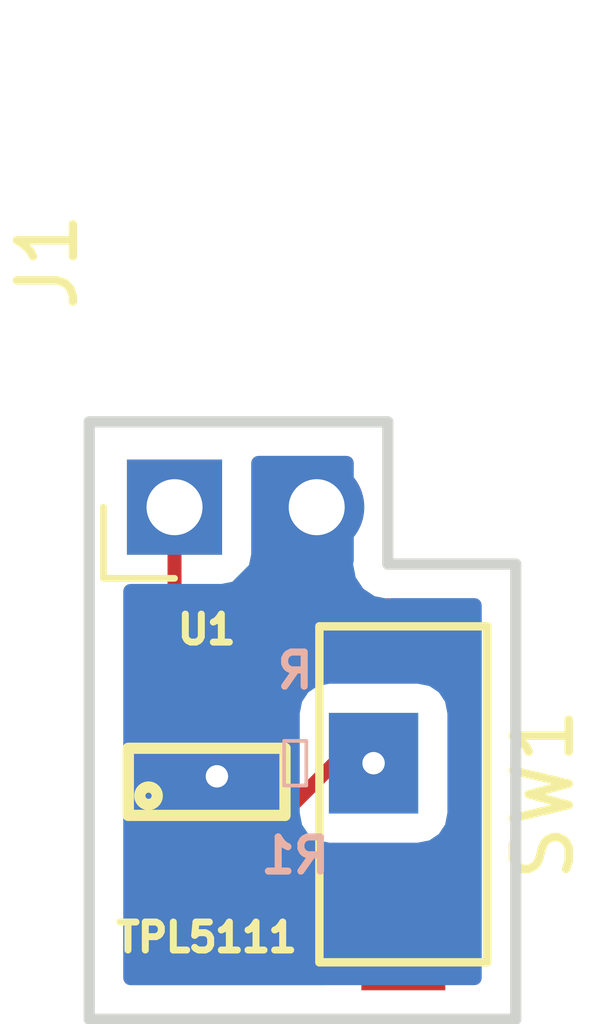
<source format=kicad_pcb>
(kicad_pcb (version 20171130) (host pcbnew "(5.0.1)-rc2")

  (general
    (thickness 1.6)
    (drawings 6)
    (tracks 20)
    (zones 0)
    (modules 4)
    (nets 4)
  )

  (page A4)
  (layers
    (0 F.Cu signal)
    (31 B.Cu signal)
    (32 B.Adhes user)
    (33 F.Adhes user)
    (34 B.Paste user)
    (35 F.Paste user)
    (36 B.SilkS user)
    (37 F.SilkS user)
    (38 B.Mask user)
    (39 F.Mask user)
    (40 Dwgs.User user)
    (41 Cmts.User user)
    (42 Eco1.User user)
    (43 Eco2.User user)
    (44 Edge.Cuts user)
    (45 Margin user)
    (46 B.CrtYd user)
    (47 F.CrtYd user)
    (48 B.Fab user)
    (49 F.Fab user)
  )

  (setup
    (last_trace_width 0.25)
    (trace_clearance 0.2)
    (zone_clearance 0.508)
    (zone_45_only no)
    (trace_min 0.2)
    (segment_width 0.2)
    (edge_width 0.15)
    (via_size 0.8)
    (via_drill 0.4)
    (via_min_size 0.4)
    (via_min_drill 0.3)
    (uvia_size 0.3)
    (uvia_drill 0.1)
    (uvias_allowed no)
    (uvia_min_size 0.2)
    (uvia_min_drill 0.1)
    (pcb_text_width 0.3)
    (pcb_text_size 1.5 1.5)
    (mod_edge_width 0.15)
    (mod_text_size 1 1)
    (mod_text_width 0.15)
    (pad_size 1.524 1.524)
    (pad_drill 0.762)
    (pad_to_mask_clearance 0.051)
    (solder_mask_min_width 0.25)
    (aux_axis_origin 0 0)
    (visible_elements 7FFFFFFF)
    (pcbplotparams
      (layerselection 0x010fc_ffffffff)
      (usegerberextensions false)
      (usegerberattributes false)
      (usegerberadvancedattributes false)
      (creategerberjobfile false)
      (excludeedgelayer true)
      (linewidth 0.100000)
      (plotframeref false)
      (viasonmask false)
      (mode 1)
      (useauxorigin false)
      (hpglpennumber 1)
      (hpglpenspeed 20)
      (hpglpendiameter 15.000000)
      (psnegative false)
      (psa4output false)
      (plotreference true)
      (plotvalue true)
      (plotinvisibletext false)
      (padsonsilk false)
      (subtractmaskfromsilk false)
      (outputformat 1)
      (mirror false)
      (drillshape 0)
      (scaleselection 1)
      (outputdirectory "Gerber/"))
  )

  (net 0 "")
  (net 1 "Net-(J1-Pad1)")
  (net 2 "Net-(J1-Pad2)")
  (net 3 "Net-(R1-Pad2)")

  (net_class Default "This is the default net class."
    (clearance 0.2)
    (trace_width 0.25)
    (via_dia 0.8)
    (via_drill 0.4)
    (uvia_dia 0.3)
    (uvia_drill 0.1)
    (add_net "Net-(J1-Pad1)")
    (add_net "Net-(J1-Pad2)")
    (add_net "Net-(R1-Pad2)")
  )

  (module CustomFP:PinHeader_1x02_P2.54mm_Horizontal (layer F.Cu) (tedit 5BF2061C) (tstamp 5C2CADEC)
    (at 109.728 74.676 90)
    (descr "Through hole angled pin header, 1x02, 2.54mm pitch, 6mm pin length, single row")
    (tags "Through hole angled pin header THT 1x02 2.54mm single row")
    (path /5BF610B2)
    (fp_text reference J1 (at 4.385 -2.27 90) (layer F.SilkS)
      (effects (font (size 1 1) (thickness 0.15)))
    )
    (fp_text value Conn_01x02 (at 4.385 4.81 90) (layer F.Fab)
      (effects (font (size 1 1) (thickness 0.15)))
    )
    (fp_line (start -1.27 -1.27) (end 0 -1.27) (layer F.SilkS) (width 0.12))
    (fp_line (start -1.27 0) (end -1.27 -1.27) (layer F.SilkS) (width 0.12))
    (fp_line (start -0.32 2.22) (end -0.32 2.86) (layer F.Fab) (width 0.1))
    (fp_line (start -0.32 -0.32) (end -0.32 0.32) (layer F.Fab) (width 0.1))
    (pad 2 thru_hole oval (at 0 2.54 90) (size 1.7 1.7) (drill 1) (layers *.Cu *.Mask)
      (net 2 "Net-(J1-Pad2)"))
    (pad 1 thru_hole rect (at 0 0 90) (size 1.7 1.7) (drill 1) (layers *.Cu *.Mask)
      (net 1 "Net-(J1-Pad1)"))
    (model ${KISYS3DMOD}/Connector_PinHeader_2.54mm.3dshapes/PinHeader_1x02_P2.54mm_Horizontal.wrl
      (at (xyz 0 0 0))
      (scale (xyz 1 1 1))
      (rotate (xyz 0 0 0))
    )
  )

  (module Resistors:1206 (layer B.Cu) (tedit 200000) (tstamp 5C2CAE04)
    (at 111.88446 79.248)
    (descr "GENERIC 3216 (1206) PACKAGE")
    (tags "GENERIC 3216 (1206) PACKAGE")
    (path /5BF6116B)
    (attr smd)
    (fp_text reference R1 (at 0 1.651) (layer B.SilkS)
      (effects (font (size 0.6096 0.6096) (thickness 0.127)) (justify mirror))
    )
    (fp_text value R (at 0 -1.651) (layer B.SilkS)
      (effects (font (size 0.6096 0.6096) (thickness 0.127)) (justify mirror))
    )
    (fp_line (start -1.7018 -0.8509) (end -0.94996 -0.8509) (layer Dwgs.User) (width 0.06604))
    (fp_line (start -0.94996 -0.8509) (end -0.94996 0.84836) (layer Dwgs.User) (width 0.06604))
    (fp_line (start -1.7018 0.84836) (end -0.94996 0.84836) (layer Dwgs.User) (width 0.06604))
    (fp_line (start -1.7018 -0.8509) (end -1.7018 0.84836) (layer Dwgs.User) (width 0.06604))
    (fp_line (start 0.94996 -0.84836) (end 1.7018 -0.84836) (layer Dwgs.User) (width 0.06604))
    (fp_line (start 1.7018 -0.84836) (end 1.7018 0.8509) (layer Dwgs.User) (width 0.06604))
    (fp_line (start 0.94996 0.8509) (end 1.7018 0.8509) (layer Dwgs.User) (width 0.06604))
    (fp_line (start 0.94996 -0.84836) (end 0.94996 0.8509) (layer Dwgs.User) (width 0.06604))
    (fp_line (start -0.19812 -0.39878) (end 0.19812 -0.39878) (layer B.SilkS) (width 0.06604))
    (fp_line (start 0.19812 -0.39878) (end 0.19812 0.39878) (layer B.SilkS) (width 0.06604))
    (fp_line (start -0.19812 0.39878) (end 0.19812 0.39878) (layer B.SilkS) (width 0.06604))
    (fp_line (start -0.19812 -0.39878) (end -0.19812 0.39878) (layer B.SilkS) (width 0.06604))
    (fp_line (start -2.39776 1.09982) (end 2.39776 1.09982) (layer B.CrtYd) (width 0.0508))
    (fp_line (start 2.39776 -1.09982) (end -2.39776 -1.09982) (layer B.CrtYd) (width 0.0508))
    (fp_line (start -2.39776 -1.09982) (end -2.39776 1.09982) (layer B.CrtYd) (width 0.0508))
    (fp_line (start 2.39776 1.09982) (end 2.39776 -1.09982) (layer B.CrtYd) (width 0.0508))
    (fp_line (start -0.96266 0.78486) (end 0.96266 0.78486) (layer Dwgs.User) (width 0.1016))
    (fp_line (start -0.96266 -0.78486) (end 0.96266 -0.78486) (layer Dwgs.User) (width 0.1016))
    (pad 1 smd rect (at -1.39954 0) (size 1.59766 1.79832) (layers B.Cu B.Paste B.Mask)
      (net 2 "Net-(J1-Pad2)") (solder_mask_margin 0.1016))
    (pad 2 smd rect (at 1.39954 0) (size 1.59766 1.79832) (layers B.Cu B.Paste B.Mask)
      (net 3 "Net-(R1-Pad2)") (solder_mask_margin 0.1016))
  )

  (module kicad-open-modules:SOT-23-6 (layer F.Cu) (tedit 0) (tstamp 5C2CAE13)
    (at 110.30204 79.58074)
    (path /5BF60E19)
    (fp_text reference U1 (at 0 -2.72034) (layer F.SilkS)
      (effects (font (size 0.50038 0.50038) (thickness 0.12446)))
    )
    (fp_text value TPL5111 (at 0 2.77876) (layer F.SilkS)
      (effects (font (size 0.50038 0.50038) (thickness 0.12446)))
    )
    (fp_circle (center -1.03886 0.24892) (end -1.00076 0.28956) (layer F.SilkS) (width 0.20066))
    (fp_line (start 1.39954 -0.59944) (end 1.39954 0.59944) (layer F.SilkS) (width 0.20066))
    (fp_line (start -1.39954 -0.59944) (end -1.39954 0.59944) (layer F.SilkS) (width 0.20066))
    (fp_line (start -1.39954 -0.59944) (end 1.39954 -0.59944) (layer F.SilkS) (width 0.20066))
    (fp_line (start 1.39954 0.59944) (end -1.39954 0.59944) (layer F.SilkS) (width 0.20066))
    (pad 5 smd rect (at 0 -1.34874) (size 0.59944 1.30048) (layers F.Cu F.Paste F.Mask)
      (net 1 "Net-(J1-Pad1)"))
    (pad 6 smd rect (at -0.94996 -1.34874) (size 0.59944 1.30048) (layers F.Cu F.Paste F.Mask)
      (net 1 "Net-(J1-Pad1)"))
    (pad 4 smd rect (at 0.94996 -1.34874) (size 0.59944 1.30048) (layers F.Cu F.Paste F.Mask))
    (pad 3 smd rect (at 0.94996 1.34874) (size 0.59944 1.30048) (layers F.Cu F.Paste F.Mask)
      (net 3 "Net-(R1-Pad2)"))
    (pad 2 smd rect (at 0 1.34874) (size 0.59944 1.30048) (layers F.Cu F.Paste F.Mask)
      (net 2 "Net-(J1-Pad2)"))
    (pad 1 smd rect (at -0.94996 1.34874) (size 0.59944 1.30048) (layers F.Cu F.Paste F.Mask)
      (net 1 "Net-(J1-Pad1)"))
  )

  (module EbayParts:Tact_SMD_Switch (layer F.Cu) (tedit 5BB9AD08) (tstamp 5C2CAEBE)
    (at 115.316 82.804 90)
    (path /5BF612B4)
    (fp_text reference SW1 (at 3 1 90) (layer F.SilkS)
      (effects (font (size 1 1) (thickness 0.15)))
    )
    (fp_text value Button (at 3 -5 90) (layer F.Fab)
      (effects (font (size 1 1) (thickness 0.15)))
    )
    (fp_line (start 0 0) (end 6 0) (layer F.SilkS) (width 0.15))
    (fp_line (start 6 0) (end 6 -3) (layer F.SilkS) (width 0.15))
    (fp_line (start 6 -3) (end 0 -3) (layer F.SilkS) (width 0.15))
    (fp_line (start 0 -3) (end 0 0) (layer F.SilkS) (width 0.15))
    (pad 2 smd rect (at 6 -1.5 90) (size 1 1.5) (layers F.Cu F.Paste F.Mask)
      (net 1 "Net-(J1-Pad1)"))
    (pad 1 smd rect (at 0 -1.5 90) (size 1 1.5) (layers F.Cu F.Paste F.Mask)
      (net 3 "Net-(R1-Pad2)"))
  )

  (gr_line (start 113.538 75.692) (end 113.538 73.152) (layer Edge.Cuts) (width 0.2))
  (gr_line (start 113.538 73.152) (end 108.204 73.152) (layer Edge.Cuts) (width 0.2) (tstamp 5BF2419A))
  (gr_line (start 115.824 75.692) (end 113.538 75.692) (layer Edge.Cuts) (width 0.2))
  (gr_line (start 115.824 83.82) (end 115.824 75.692) (layer Edge.Cuts) (width 0.2))
  (gr_line (start 108.204 83.82) (end 115.824 83.82) (layer Edge.Cuts) (width 0.2))
  (gr_line (start 108.204 73.152) (end 108.204 83.82) (layer Edge.Cuts) (width 0.2))

  (segment (start 109.728 77.85608) (end 109.35208 78.232) (width 0.25) (layer F.Cu) (net 1))
  (segment (start 109.728 74.676) (end 109.728 77.85608) (width 0.25) (layer F.Cu) (net 1))
  (segment (start 110.30204 78.232) (end 109.35208 78.232) (width 0.25) (layer F.Cu) (net 1))
  (segment (start 109.35208 80.92948) (end 109.35208 78.232) (width 0.25) (layer F.Cu) (net 1))
  (segment (start 112.816 76.804) (end 113.816 76.804) (width 0.25) (layer F.Cu) (net 1))
  (segment (start 110.8298 76.804) (end 112.816 76.804) (width 0.25) (layer F.Cu) (net 1))
  (segment (start 110.30204 77.33176) (end 110.8298 76.804) (width 0.25) (layer F.Cu) (net 1))
  (segment (start 110.30204 78.232) (end 110.30204 77.33176) (width 0.25) (layer F.Cu) (net 1))
  (via (at 110.48492 79.482242) (size 0.8) (drill 0.4) (layers F.Cu B.Cu) (net 2))
  (segment (start 110.30204 80.92948) (end 110.30204 79.665122) (width 0.25) (layer F.Cu) (net 2))
  (segment (start 110.30204 79.665122) (end 110.48492 79.482242) (width 0.25) (layer F.Cu) (net 2))
  (segment (start 110.48492 76.45908) (end 112.268 74.676) (width 0.25) (layer B.Cu) (net 2))
  (segment (start 110.48492 79.248) (end 110.48492 76.45908) (width 0.25) (layer B.Cu) (net 2))
  (segment (start 111.69148 80.92948) (end 111.252 80.92948) (width 0.25) (layer F.Cu) (net 3))
  (segment (start 113.566 82.804) (end 111.69148 80.92948) (width 0.25) (layer F.Cu) (net 3))
  (segment (start 113.816 82.804) (end 113.566 82.804) (width 0.25) (layer F.Cu) (net 3))
  (via (at 113.284 79.248) (size 0.8) (drill 0.4) (layers F.Cu B.Cu) (net 3))
  (segment (start 112.58296 79.248) (end 113.284 79.248) (width 0.25) (layer F.Cu) (net 3))
  (segment (start 111.252 80.57896) (end 112.58296 79.248) (width 0.25) (layer F.Cu) (net 3))
  (segment (start 111.252 80.92948) (end 111.252 80.57896) (width 0.25) (layer F.Cu) (net 3))

  (zone (net 2) (net_name "Net-(J1-Pad2)") (layer F.Cu) (tstamp 5C2CB072) (hatch edge 0.508)
    (connect_pads yes (clearance 0.508))
    (min_thickness 0.254)
    (fill yes (arc_segments 16) (thermal_gap 0.508) (thermal_bridge_width 0.508))
    (polygon
      (pts
        (xy 113.538 73.152) (xy 108.204 73.152) (xy 108.204 83.82) (xy 115.824 83.82) (xy 115.824 75.692)
        (xy 113.538 75.692)
      )
    )
    (filled_polygon
      (pts
        (xy 110.95228 79.52968) (xy 111.226479 79.52968) (xy 111.124359 79.6318) (xy 110.95228 79.6318) (xy 110.704515 79.681083)
        (xy 110.494471 79.821431) (xy 110.354123 80.031475) (xy 110.30484 80.27924) (xy 110.30484 81.57972) (xy 110.354123 81.827485)
        (xy 110.494471 82.037529) (xy 110.704515 82.177877) (xy 110.95228 82.22716) (xy 111.55172 82.22716) (xy 111.799485 82.177877)
        (xy 111.838804 82.151605) (xy 112.41856 82.731362) (xy 112.41856 83.085) (xy 108.939 83.085) (xy 108.939 82.204612)
        (xy 109.05236 82.22716) (xy 109.6518 82.22716) (xy 109.899565 82.177877) (xy 110.109609 82.037529) (xy 110.249957 81.827485)
        (xy 110.29924 81.57972) (xy 110.29924 80.27924) (xy 110.249957 80.031475) (xy 110.11208 79.825129) (xy 110.11208 79.52968)
        (xy 110.60176 79.52968) (xy 110.77702 79.494819)
      )
    )
    (filled_polygon
      (pts
        (xy 112.803 75.619611) (xy 112.788601 75.692) (xy 112.794508 75.721697) (xy 112.608191 75.846191) (xy 112.476018 76.044)
        (xy 110.945727 76.044) (xy 111.035809 75.983809) (xy 111.176157 75.773765) (xy 111.22544 75.526) (xy 111.22544 73.887)
        (xy 112.803001 73.887)
      )
    )
  )
  (zone (net 2) (net_name "Net-(J1-Pad2)") (layer B.Cu) (tstamp 5BF241BC) (hatch edge 0.508)
    (connect_pads yes (clearance 0.508))
    (min_thickness 0.254)
    (fill yes (arc_segments 16) (thermal_gap 0.508) (thermal_bridge_width 0.508))
    (polygon
      (pts
        (xy 113.538 73.152) (xy 108.204 73.152) (xy 108.204 83.82) (xy 115.824 83.82) (xy 115.824 75.692)
        (xy 113.538 75.692)
      )
    )
    (filled_polygon
      (pts
        (xy 112.803 75.619611) (xy 112.788601 75.692) (xy 112.845646 75.978783) (xy 112.942782 76.124157) (xy 113.008095 76.221905)
        (xy 113.251217 76.384354) (xy 113.538 76.441399) (xy 113.610388 76.427) (xy 115.089001 76.427) (xy 115.089 83.085)
        (xy 108.939 83.085) (xy 108.939 78.34884) (xy 111.83773 78.34884) (xy 111.83773 80.14716) (xy 111.887013 80.394925)
        (xy 112.027361 80.604969) (xy 112.237405 80.745317) (xy 112.48517 80.7946) (xy 114.08283 80.7946) (xy 114.330595 80.745317)
        (xy 114.540639 80.604969) (xy 114.680987 80.394925) (xy 114.73027 80.14716) (xy 114.73027 78.34884) (xy 114.680987 78.101075)
        (xy 114.540639 77.891031) (xy 114.330595 77.750683) (xy 114.08283 77.7014) (xy 112.48517 77.7014) (xy 112.237405 77.750683)
        (xy 112.027361 77.891031) (xy 111.887013 78.101075) (xy 111.83773 78.34884) (xy 108.939 78.34884) (xy 108.939 76.17344)
        (xy 110.578 76.17344) (xy 110.825765 76.124157) (xy 111.035809 75.983809) (xy 111.176157 75.773765) (xy 111.22544 75.526)
        (xy 111.22544 73.887) (xy 112.803001 73.887)
      )
    )
  )
)

</source>
